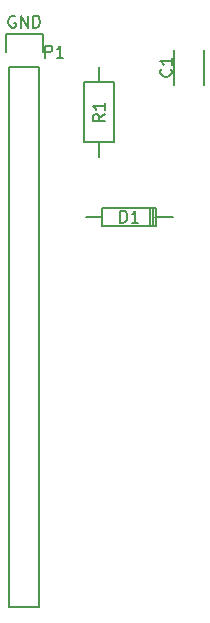
<source format=gto>
G04 #@! TF.FileFunction,Legend,Top*
%FSLAX46Y46*%
G04 Gerber Fmt 4.6, Leading zero omitted, Abs format (unit mm)*
G04 Created by KiCad (PCBNEW 4.0.4+e1-6308~48~ubuntu16.04.1-stable) date Fri Nov  4 19:12:26 2016*
%MOMM*%
%LPD*%
G01*
G04 APERTURE LIST*
%ADD10C,0.100000*%
%ADD11C,0.150000*%
G04 APERTURE END LIST*
D10*
D11*
X143530000Y-108200000D02*
X143530000Y-105200000D01*
X146030000Y-105200000D02*
X146030000Y-108200000D01*
X135890000Y-113030000D02*
X135890000Y-107950000D01*
X135890000Y-107950000D02*
X138430000Y-107950000D01*
X138430000Y-107950000D02*
X138430000Y-113030000D01*
X138430000Y-113030000D02*
X135890000Y-113030000D01*
X137160000Y-113030000D02*
X137160000Y-114300000D01*
X137160000Y-107950000D02*
X137160000Y-106680000D01*
X137413480Y-119382540D02*
X136016480Y-119382540D01*
X141858480Y-119382540D02*
X143382480Y-119382540D01*
X141477480Y-120144540D02*
X141477480Y-118620540D01*
X141731480Y-120144540D02*
X141731480Y-118620540D01*
X141985480Y-119382540D02*
X141985480Y-118620540D01*
X141985480Y-118620540D02*
X137413480Y-118620540D01*
X137413480Y-118620540D02*
X137413480Y-120144540D01*
X137413480Y-120144540D02*
X141985480Y-120144540D01*
X141985480Y-120144540D02*
X141985480Y-119382540D01*
X129540000Y-106680000D02*
X129540000Y-152400000D01*
X129540000Y-152400000D02*
X132080000Y-152400000D01*
X132080000Y-152400000D02*
X132080000Y-106680000D01*
X129260000Y-103860000D02*
X129260000Y-105410000D01*
X129540000Y-106680000D02*
X132080000Y-106680000D01*
X132360000Y-105410000D02*
X132360000Y-103860000D01*
X132360000Y-103860000D02*
X129260000Y-103860000D01*
X143232143Y-106846666D02*
X143279762Y-106894285D01*
X143327381Y-107037142D01*
X143327381Y-107132380D01*
X143279762Y-107275238D01*
X143184524Y-107370476D01*
X143089286Y-107418095D01*
X142898810Y-107465714D01*
X142755952Y-107465714D01*
X142565476Y-107418095D01*
X142470238Y-107370476D01*
X142375000Y-107275238D01*
X142327381Y-107132380D01*
X142327381Y-107037142D01*
X142375000Y-106894285D01*
X142422619Y-106846666D01*
X143327381Y-105894285D02*
X143327381Y-106465714D01*
X143327381Y-106180000D02*
X142327381Y-106180000D01*
X142470238Y-106275238D01*
X142565476Y-106370476D01*
X142613095Y-106465714D01*
X137612381Y-110656666D02*
X137136190Y-110990000D01*
X137612381Y-111228095D02*
X136612381Y-111228095D01*
X136612381Y-110847142D01*
X136660000Y-110751904D01*
X136707619Y-110704285D01*
X136802857Y-110656666D01*
X136945714Y-110656666D01*
X137040952Y-110704285D01*
X137088571Y-110751904D01*
X137136190Y-110847142D01*
X137136190Y-111228095D01*
X137612381Y-109704285D02*
X137612381Y-110275714D01*
X137612381Y-109990000D02*
X136612381Y-109990000D01*
X136755238Y-110085238D01*
X136850476Y-110180476D01*
X136898095Y-110275714D01*
X138961905Y-119832381D02*
X138961905Y-118832381D01*
X139200000Y-118832381D01*
X139342858Y-118880000D01*
X139438096Y-118975238D01*
X139485715Y-119070476D01*
X139533334Y-119260952D01*
X139533334Y-119403810D01*
X139485715Y-119594286D01*
X139438096Y-119689524D01*
X139342858Y-119784762D01*
X139200000Y-119832381D01*
X138961905Y-119832381D01*
X140485715Y-119832381D02*
X139914286Y-119832381D01*
X140200000Y-119832381D02*
X140200000Y-118832381D01*
X140104762Y-118975238D01*
X140009524Y-119070476D01*
X139914286Y-119118095D01*
X132611905Y-105862381D02*
X132611905Y-104862381D01*
X132992858Y-104862381D01*
X133088096Y-104910000D01*
X133135715Y-104957619D01*
X133183334Y-105052857D01*
X133183334Y-105195714D01*
X133135715Y-105290952D01*
X133088096Y-105338571D01*
X132992858Y-105386190D01*
X132611905Y-105386190D01*
X134135715Y-105862381D02*
X133564286Y-105862381D01*
X133850000Y-105862381D02*
X133850000Y-104862381D01*
X133754762Y-105005238D01*
X133659524Y-105100476D01*
X133564286Y-105148095D01*
X130048096Y-102370000D02*
X129952858Y-102322381D01*
X129810001Y-102322381D01*
X129667143Y-102370000D01*
X129571905Y-102465238D01*
X129524286Y-102560476D01*
X129476667Y-102750952D01*
X129476667Y-102893810D01*
X129524286Y-103084286D01*
X129571905Y-103179524D01*
X129667143Y-103274762D01*
X129810001Y-103322381D01*
X129905239Y-103322381D01*
X130048096Y-103274762D01*
X130095715Y-103227143D01*
X130095715Y-102893810D01*
X129905239Y-102893810D01*
X130524286Y-103322381D02*
X130524286Y-102322381D01*
X131095715Y-103322381D01*
X131095715Y-102322381D01*
X131571905Y-103322381D02*
X131571905Y-102322381D01*
X131810000Y-102322381D01*
X131952858Y-102370000D01*
X132048096Y-102465238D01*
X132095715Y-102560476D01*
X132143334Y-102750952D01*
X132143334Y-102893810D01*
X132095715Y-103084286D01*
X132048096Y-103179524D01*
X131952858Y-103274762D01*
X131810000Y-103322381D01*
X131571905Y-103322381D01*
M02*

</source>
